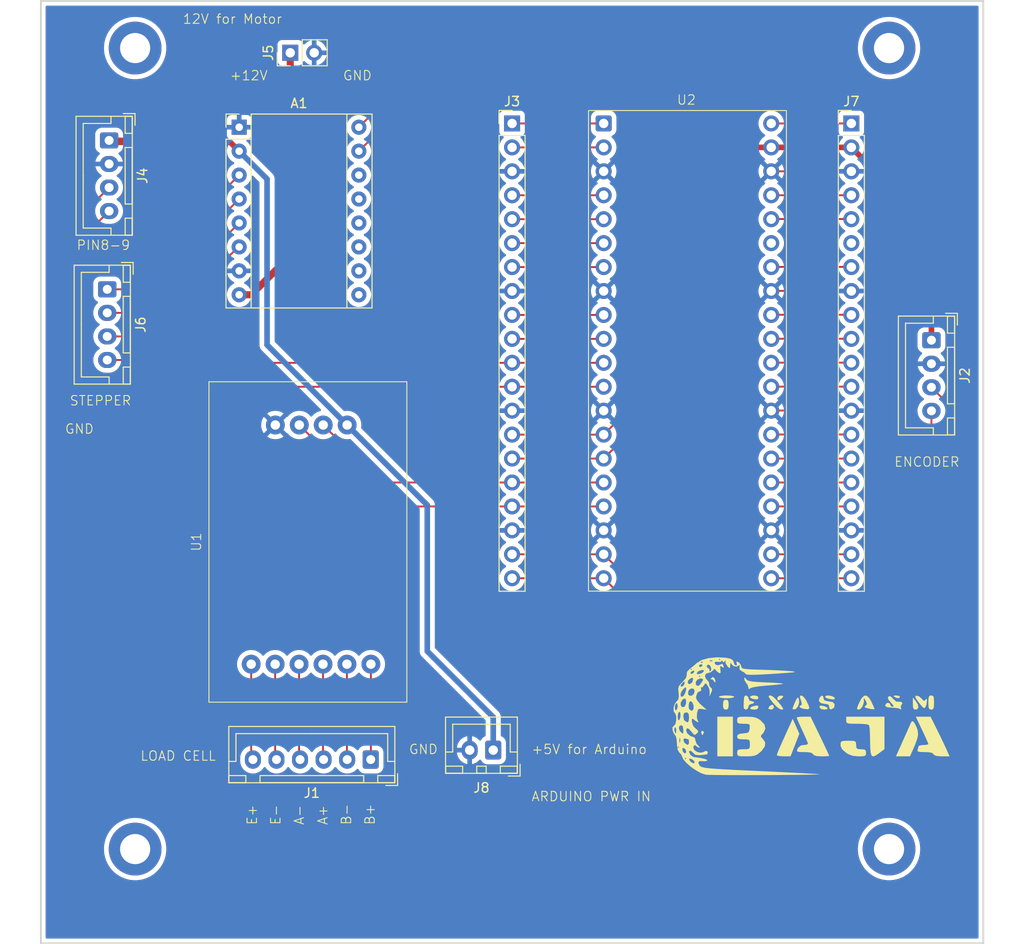
<source format=kicad_pcb>
(kicad_pcb (version 20241229) (generator "pcbnew") (generator_version "9.0")
  (layers (0 "F.Cu" signal) (2 "B.Cu" signal) (13 "F.Paste" user) (15 "B.Paste" user) (5 "F.SilkS" user "F.Silkscreen") (7 "B.SilkS" user "B.Silkscreen") (1 "F.Mask" user) (3 "B.Mask" user) (25 "Edge.Cuts" user))
  (net 0 "")
  (net 2 "Net-(A1-1B)")
  (net 5 "GND")
  (net 6 "Net-(A1-2A)")
  (net 8 "/Vcc")
  (net 9 "Net-(A1-VMOT)")
  (net 10 "Net-(A1-1A)")
  (net 11 "Net-(A1-2B)")
  (net 12 "/PIN6")
  (net 14 "/PIN7")
  (net 16 "Net-(J1-Pin_1)")
  (net 17 "Net-(J1-Pin_5)")
  (net 18 "Net-(J1-Pin_4)")
  (net 19 "Net-(J1-Pin_6)")
  (net 20 "Net-(J1-Pin_2)")
  (net 21 "Net-(J1-Pin_3)")
  (net 22 "/PIN3")
  (net 23 "/PIN2")
  (net 24 "Net-(J3-Pin_1)")
  (net 25 "/PIN8")
  (net 26 "/PIN9")
  (net 27 "Net-(J7-Pin_5)")
  (net 28 "Net-(J7-Pin_7)")
  (net 29 "/PIN4")
  (net 30 "/PIN5")
  (net 31 "Net-(J3-Pin_9)")
  (net 32 "Net-(J3-Pin_4)")
  (net 33 "Net-(J3-Pin_10)")
  (net 34 "Net-(J3-Pin_2)")
  (net 35 "Net-(J3-Pin_7)")
  (net 36 "Net-(J3-Pin_6)")
  (net 37 "Net-(J3-Pin_5)")
  (net 38 "Net-(J7-Pin_4)")
  (net 39 "Net-(J7-Pin_16)")
  (net 40 "Net-(J7-Pin_1)")
  (net 42 "Net-(J7-Pin_20)")
  (net 43 "Net-(J7-Pin_9)")
  (net 44 "Net-(J7-Pin_17)")
  (net 45 "Net-(J7-Pin_11)")
  (net 46 "Net-(J7-Pin_19)")
  (net 47 "Net-(J7-Pin_14)")
  (net 48 "Net-(J7-Pin_12)")
  (net 49 "Net-(J7-Pin_15)")
  (net 50 "Net-(J7-Pin_10)")
  (footprint "MountingHole:MountingHole_3.2mm_M3_DIN965_Pad" (layer "F.Cu") (at 145 35)
    (property "Reference" "REF**" (hide yes))
    (property "Value" "MountingHole_3.2mm_M3_DIN965_Pad")
    (pad "1" thru_hole circle (at 0 0) (size 5.6 5.6) (drill 3.2) (layers "*.Cu" "*.Mask"))
  )
  (footprint "Module:Pololu_Breakout-16_15.2x20.3mm" (layer "F.Cu") (at 156.04 43.4)
    (property "Reference" "A1" (at 6.35 -2.54 0) (layer "F.SilkS"))
    (property "Value" "Pololu_Breakout_A4988")
    (pad "1" thru_hole rect (at 0 0) (size 1.6 1.6) (drill 0.8) (layers "*.Cu" "*.Mask") (net 5 "GND"))
    (pad "2" thru_hole oval (at 0 2.54) (size 1.6 1.6) (drill 0.8) (layers "*.Cu" "*.Mask") (net 8 "/Vcc"))
    (pad "3" thru_hole oval (at 0 5.08) (size 1.6 1.6) (drill 0.8) (layers "*.Cu" "*.Mask") (net 2 "Net-(A1-1B)"))
    (pad "4" thru_hole oval (at 0 7.62) (size 1.6 1.6) (drill 0.8) (layers "*.Cu" "*.Mask") (net 10 "Net-(A1-1A)"))
    (pad "5" thru_hole oval (at 0 10.16) (size 1.6 1.6) (drill 0.8) (layers "*.Cu" "*.Mask") (net 6 "Net-(A1-2A)"))
    (pad "6" thru_hole oval (at 0 12.7) (size 1.6 1.6) (drill 0.8) (layers "*.Cu" "*.Mask") (net 11 "Net-(A1-2B)"))
    (pad "7" thru_hole oval (at 0 15.24) (size 1.6 1.6) (drill 0.8) (layers "*.Cu" "*.Mask") (net 5 "GND"))
    (pad "8" thru_hole oval (at 0 17.78) (size 1.6 1.6) (drill 0.8) (layers "*.Cu" "*.Mask") (net 9 "Net-(A1-VMOT)"))
    (pad "9" thru_hole oval (at 12.7 17.78) (size 1.6 1.6) (drill 0.8) (layers "*.Cu" "*.Mask"))
    (pad "10" thru_hole oval (at 12.7 15.24) (size 1.6 1.6) (drill 0.8) (layers "*.Cu" "*.Mask"))
    (pad "11" thru_hole oval (at 12.7 12.7) (size 1.6 1.6) (drill 0.8) (layers "*.Cu" "*.Mask"))
    (pad "12" thru_hole oval (at 12.7 10.16) (size 1.6 1.6) (drill 0.8) (layers "*.Cu" "*.Mask"))
    (pad "13" thru_hole oval (at 12.7 7.62) (size 1.6 1.6) (drill 0.8) (layers "*.Cu" "*.Mask"))
    (pad "14" thru_hole oval (at 12.7 5.08) (size 1.6 1.6) (drill 0.8) (layers "*.Cu" "*.Mask"))
    (pad "15" thru_hole oval (at 12.7 2.54) (size 1.6 1.6) (drill 0.8) (layers "*.Cu" "*.Mask") (net 14 "/PIN7"))
    (pad "16" thru_hole oval (at 12.7 0) (size 1.6 1.6) (drill 0.8) (layers "*.Cu" "*.Mask") (net 12 "/PIN6"))
  )
  (footprint "Connector_JST:JST_XH_B2B-XH-A_1x02_P2.50mm_Vertical" (layer "F.Cu") (at 183 109.5 180)
    (property "Reference" "J8" (at 1.25 -4 0) (layer "F.SilkS"))
    (property "Value" "Conn_01x02_Socket")
    (pad "1" thru_hole roundrect (at 0 0 180) (size 1.7 2) (drill 1) (layers "*.Cu" "*.Mask") (roundrect_rratio 0.147059) (net 8 "/Vcc"))
    (pad "2" thru_hole oval (at 2.5 0 180) (size 1.7 2) (drill 1) (layers "*.Cu" "*.Mask") (net 5 "GND"))
  )
  (footprint "Connector_JST:JST_XH_B4B-XH-A_1x04_P2.50mm_Vertical" (layer "F.Cu") (at 142.24 44.8 -90)
    (property "Reference" "J4" (at 3.75 -3.55 90) (layer "F.SilkS"))
    (property "Value" "Conn_01x04")
    (pad "1" thru_hole roundrect (at 0 0 270) (size 1.7 1.95) (drill 0.95) (layers "*.Cu" "*.Mask") (roundrect_rratio 0.147059) (net 8 "/Vcc"))
    (pad "2" thru_hole oval (at 2.5 0 270) (size 1.7 1.95) (drill 0.95) (layers "*.Cu" "*.Mask") (net 5 "GND"))
    (pad "3" thru_hole oval (at 5 0 270) (size 1.7 1.95) (drill 0.95) (layers "*.Cu" "*.Mask") (net 25 "/PIN8"))
    (pad "4" thru_hole oval (at 7.5 0 270) (size 1.7 1.95) (drill 0.95) (layers "*.Cu" "*.Mask") (net 26 "/PIN9"))
  )
  (footprint "Connector_JST:JST_XH_B4B-XH-A_1x04_P2.50mm_Vertical" (layer "F.Cu") (at 142.04 60.6 -90)
    (property "Reference" "J6" (at 3.75 -3.55 90) (layer "F.SilkS"))
    (property "Value" "Conn_01x04")
    (pad "1" thru_hole roundrect (at 0 0 270) (size 1.7 1.95) (drill 0.95) (layers "*.Cu" "*.Mask") (roundrect_rratio 0.147059) (net 2 "Net-(A1-1B)"))
    (pad "2" thru_hole oval (at 2.5 0 270) (size 1.7 1.95) (drill 0.95) (layers "*.Cu" "*.Mask") (net 10 "Net-(A1-1A)"))
    (pad "3" thru_hole oval (at 5 0 270) (size 1.7 1.95) (drill 0.95) (layers "*.Cu" "*.Mask") (net 6 "Net-(A1-2A)"))
    (pad "4" thru_hole oval (at 7.5 0 270) (size 1.7 1.95) (drill 0.95) (layers "*.Cu" "*.Mask") (net 11 "Net-(A1-2B)"))
  )
  (footprint "MountingHole:MountingHole_3.2mm_M3_DIN965_Pad" (layer "F.Cu") (at 225 120)
    (property "Reference" "REF**" (hide yes))
    (property "Value" "MountingHole_3.2mm_M3_DIN965_Pad")
    (pad "1" thru_hole circle (at 0 0) (size 5.6 5.6) (drill 3.2) (layers "*.Cu" "*.Mask"))
  )
  (footprint "LOGO" (layer "F.Cu") (at 217 105.5)
    (property "Reference" "G***" (hide yes))
    (property "Value" "LOGO" (hide yes))
  )
  (footprint "XFW_HX711:XFW_HX711" (layer "F.Cu") (at 173.831 70.41 90)
    (property "Reference" "U1" (at -17 -22.331 90) (layer "F.SilkS") (effects (font (thickness 0.1))))
    (property "Value" "~")
    (pad "1" thru_hole circle (at -29.969 -3.815 90) (size 2 2) (drill 1) (layers "*.Cu" "*.Mask") (net 16 "Net-(J1-Pin_1)"))
    (pad "2" thru_hole circle (at -29.969 -6.355 90) (size 2 2) (drill 1) (layers "*.Cu" "*.Mask") (net 20 "Net-(J1-Pin_2)"))
    (pad "3" thru_hole circle (at -29.969 -8.895 90) (size 2 2) (drill 1) (layers "*.Cu" "*.Mask") (net 21 "Net-(J1-Pin_3)"))
    (pad "4" thru_hole circle (at -29.969 -11.435 90) (size 2 2) (drill 1) (layers "*.Cu" "*.Mask") (net 18 "Net-(J1-Pin_4)"))
    (pad "5" thru_hole circle (at -29.969 -13.975 90) (size 2 2) (drill 1) (layers "*.Cu" "*.Mask") (net 17 "Net-(J1-Pin_5)"))
    (pad "6" thru_hole circle (at -29.969 -16.515 90) (size 2 2) (drill 1) (layers "*.Cu" "*.Mask") (net 19 "Net-(J1-Pin_6)"))
    (pad "7" thru_hole circle (at -4.59 -13.951 90) (size 2 2) (drill 1) (layers "*.Cu" "*.Mask") (net 5 "GND"))
    (pad "8" thru_hole circle (at -4.59 -11.411 90) (size 2 2) (drill 1) (layers "*.Cu" "*.Mask") (net 29 "/PIN4"))
    (pad "9" thru_hole circle (at -4.59 -8.871 90) (size 2 2) (drill 1) (layers "*.Cu" "*.Mask") (net 30 "/PIN5"))
    (pad "10" thru_hole circle (at -4.59 -6.331 90) (size 2 2) (drill 1) (layers "*.Cu" "*.Mask") (net 8 "/Vcc"))
  )
  (footprint "MountingHole:MountingHole_3.2mm_M3_DIN965_Pad" (layer "F.Cu") (at 145 120)
    (property "Reference" "REF**" (hide yes))
    (property "Value" "MountingHole_3.2mm_M3_DIN965_Pad")
    (pad "1" thru_hole circle (at 0 0) (size 5.6 5.6) (drill 3.2) (layers "*.Cu" "*.Mask"))
  )
  (footprint "luckfox_lyra:Untitled" (layer "F.Cu") (at 212.5 43)
    (property "Reference" "U2" (at -9 -2.5 0) (layer "F.SilkS") (effects (font (thickness 0.1))))
    (property "Value" "~")
    (pad "1" thru_hole roundrect (at -17.78 0) (size 1.7 1.7) (drill 1) (layers "*.Cu" "*.Mask" "Eco2.User") (roundrect_rratio 0.1470588235) (net 24 "Net-(J3-Pin_1)"))
    (pad "2" thru_hole circle (at -17.78 2.54) (size 1.7 1.7) (drill 1) (layers "*.Cu" "*.Mask" "Eco2.User") (net 34 "Net-(J3-Pin_2)"))
    (pad "3" thru_hole circle (at -17.78 5.08) (size 1.7 1.7) (drill 1) (layers "*.Cu" "*.Mask" "Eco2.User") (net 5 "GND"))
    (pad "4" thru_hole circle (at -17.78 7.62) (size 1.7 1.7) (drill 1) (layers "*.Cu" "*.Mask" "Eco2.User") (net 32 "Net-(J3-Pin_4)"))
    (pad "5" thru_hole circle (at -17.78 10.16) (size 1.7 1.7) (drill 1) (layers "*.Cu" "*.Mask" "Eco2.User") (net 37 "Net-(J3-Pin_5)"))
    (pad "6" thru_hole circle (at -17.78 12.7) (size 1.7 1.7) (drill 1) (layers "*.Cu" "*.Mask" "Eco2.User") (net 36 "Net-(J3-Pin_6)"))
    (pad "7" thru_hole circle (at -17.78 15.24) (size 1.7 1.7) (drill 1) (layers "*.Cu" "*.Mask" "Eco2.User") (net 35 "Net-(J3-Pin_7)"))
    (pad "8" thru_hole circle (at -17.78 17.78) (size 1.7 1.7) (drill 1) (layers "*.Cu" "*.Mask" "Eco2.User") (net 5 "GND"))
    (pad "9" thru_hole circle (at -17.78 20.32) (size 1.7 1.7) (drill 1) (layers "*.Cu" "*.Mask" "Eco2.User") (net 31 "Net-(J3-Pin_9)"))
    (pad "10" thru_hole circle (at -17.78 22.86) (size 1.7 1.7) (drill 1) (layers "*.Cu" "*.Mask" "Eco2.User") (net 33 "Net-(J3-Pin_10)"))
    (pad "11" thru_hole circle (at -17.78 25.4) (size 1.7 1.7) (drill 1) (layers "*.Cu" "*.Mask" "Eco2.User") (net 26 "/PIN9"))
    (pad "12" thru_hole circle (at -17.78 27.94) (size 1.7 1.7) (drill 1) (layers "*.Cu" "*.Mask" "Eco2.User") (net 25 "/PIN8"))
    (pad "13" thru_hole circle (at -17.78 30.48) (size 1.7 1.7) (drill 1) (layers "*.Cu" "*.Mask" "Eco2.User") (net 5 "GND"))
    (pad "14" thru_hole circle (at -17.78 33.02) (size 1.7 1.7) (drill 1) (layers "*.Cu" "*.Mask" "Eco2.User") (net 14 "/PIN7"))
    (pad "15" thru_hole circle (at -17.78 35.56) (size 1.7 1.7) (drill 1) (layers "*.Cu" "*.Mask" "Eco2.User") (net 12 "/PIN6"))
    (pad "16" thru_hole circle (at -17.78 38.1) (size 1.7 1.7) (drill 1) (layers "*.Cu" "*.Mask" "Eco2.User") (net 30 "/PIN5"))
    (pad "17" thru_hole circle (at -17.78 40.64) (size 1.7 1.7) (drill 1) (layers "*.Cu" "*.Mask" "Eco2.User") (net 29 "/PIN4"))
    (pad "18" thru_hole circle (at -17.78 43.18) (size 1.7 1.7) (drill 1) (layers "*.Cu" "*.Mask" "Eco2.User") (net 5 "GND"))
    (pad "19" thru_hole circle (at -17.78 45.72) (size 1.7 1.7) (drill 1) (layers "*.Cu" "*.Mask" "Eco2.User") (net 22 "/PIN3"))
    (pad "20" thru_hole circle (at -17.78 48.26) (size 1.7 1.7) (drill 1) (layers "*.Cu" "*.Mask" "Eco2.User") (net 23 "/PIN2"))
    (pad "21" thru_hole circle (at 0 48.26) (size 1.7 1.7) (drill 1) (layers "*.Cu" "*.Mask" "Eco2.User") (net 42 "Net-(J7-Pin_20)"))
    (pad "22" thru_hole circle (at 0 45.72) (size 1.7 1.7) (drill 1) (layers "*.Cu" "*.Mask" "Eco2.User") (net 46 "Net-(J7-Pin_19)"))
    (pad "23" thru_hole circle (at 0 43.18) (size 1.7 1.7) (drill 1) (layers "*.Cu" "*.Mask" "Eco2.User") (net 5 "GND"))
    (pad "24" thru_hole circle (at 0 40.64) (size 1.7 1.7) (drill 1) (layers "*.Cu" "*.Mask" "Eco2.User") (net 44 "Net-(J7-Pin_17)"))
    (pad "25" thru_hole circle (at 0 38.1) (size 1.7 1.7) (drill 1) (layers "*.Cu" "*.Mask" "Eco2.User") (net 39 "Net-(J7-Pin_16)"))
    (pad "26" thru_hole circle (at 0 35.56) (size 1.7 1.7) (drill 1) (layers "*.Cu" "*.Mask" "Eco2.User") (net 49 "Net-(J7-Pin_15)"))
    (pad "27" thru_hole circle (at 0 33.02) (size 1.7 1.7) (drill 1) (layers "*.Cu" "*.Mask" "Eco2.User") (net 47 "Net-(J7-Pin_14)"))
    (pad "28" thru_hole circle (at 0 30.48) (size 1.7 1.7) (drill 1) (layers "*.Cu" "*.Mask" "Eco2.User") (net 5 "GND"))
    (pad "29" thru_hole circle (at 0 27.94) (size 1.7 1.7) (drill 1) (layers "*.Cu" "*.Mask" "Eco2.User") (net 48 "Net-(J7-Pin_12)"))
    (pad "30" thru_hole circle (at 0 25.4) (size 1.7 1.7) (drill 1) (layers "*.Cu" "*.Mask" "Eco2.User") (net 45 "Net-(J7-Pin_11)"))
    (pad "31" thru_hole circle (at 0 22.86) (size 1.7 1.7) (drill 1) (layers "*.Cu" "*.Mask" "Eco2.User") (net 50 "Net-(J7-Pin_10)"))
    (pad "32" thru_hole circle (at 0 20.32) (size 1.7 1.7) (drill 1) (layers "*.Cu" "*.Mask" "Eco2.User") (net 43 "Net-(J7-Pin_9)"))
    (pad "33" thru_hole circle (at 0 17.78) (size 1.7 1.7) (drill 1) (layers "*.Cu" "*.Mask" "Eco2.User") (net 5 "GND"))
    (pad "34" thru_hole circle (at 0 15.24) (size 1.7 1.7) (drill 1) (layers "*.Cu" "*.Mask" "Eco2.User") (net 28 "Net-(J7-Pin_7)"))
    (pad "35" thru_hole circle (at 0 12.7) (size 1.7 1.7) (drill 1) (layers "*.Cu" "*.Mask" "Eco2.User"))
    (pad "36" thru_hole circle (at 0 10.16) (size 1.7 1.7) (drill 1) (layers "*.Cu" "*.Mask" "Eco2.User") (net 27 "Net-(J7-Pin_5)"))
    (pad "37" thru_hole circle (at 0 7.62) (size 1.7 1.7) (drill 1) (layers "*.Cu" "*.Mask" "Eco2.User") (net 38 "Net-(J7-Pin_4)"))
    (pad "38" thru_hole circle (at 0 5.08) (size 1.7 1.7) (drill 1) (layers "*.Cu" "*.Mask" "Eco2.User") (net 5 "GND"))
    (pad "39" thru_hole circle (at 0 2.54) (size 1.7 1.7) (drill 1) (layers "*.Cu" "*.Mask" "Eco2.User") (net 8 "/Vcc"))
    (pad "40" thru_hole circle (at 0 0) (size 1.7 1.7) (drill 1) (layers "*.Cu" "*.Mask" "Eco2.User") (net 40 "Net-(J7-Pin_1)"))
  )
  (footprint "Connector_PinHeader_2.54mm:PinHeader_1x20_P2.54mm_Vertical" (layer "F.Cu") (at 221 43)
    (property "Reference" "J7" (at 0 -2.33 0) (layer "F.SilkS"))
    (property "Value" "Conn_01x20_Pin")
    (pad "1" thru_hole rect (at 0 0) (size 1.7 1.7) (drill 1) (layers "*.Cu" "*.Mask") (net 40 "Net-(J7-Pin_1)"))
    (pad "2" thru_hole circle (at 0 2.54) (size 1.7 1.7) (drill 1) (layers "*.Cu" "*.Mask") (net 8 "/Vcc"))
    (pad "3" thru_hole circle (at 0 5.08) (size 1.7 1.7) (drill 1) (layers "*.Cu" "*.Mask") (net 5 "GND"))
    (pad "4" thru_hole circle (at 0 7.62) (size 1.7 1.7) (drill 1) (layers "*.Cu" "*.Mask") (net 38 "Net-(J7-Pin_4)"))
    (pad "5" thru_hole circle (at 0 10.16) (size 1.7 1.7) (drill 1) (layers "*.Cu" "*.Mask") (net 27 "Net-(J7-Pin_5)"))
    (pad "6" thru_hole circle (at 0 12.7) (size 1.7 1.7) (drill 1) (layers "*.Cu" "*.Mask"))
    (pad "7" thru_hole circle (at 0 15.24) (size 1.7 1.7) (drill 1) (layers "*.Cu" "*.Mask") (net 28 "Net-(J7-Pin_7)"))
    (pad "8" thru_hole circle (at 0 17.78) (size 1.7 1.7) (drill 1) (layers "*.Cu" "*.Mask") (net 5 "GND"))
    (pad "9" thru_hole circle (at 0 20.32) (size 1.7 1.7) (drill 1) (layers "*.Cu" "*.Mask") (net 43 "Net-(J7-Pin_9)"))
    (pad "10" thru_hole circle (at 0 22.86) (size 1.7 1.7) (drill 1) (layers "*.Cu" "*.Mask") (net 50 "Net-(J7-Pin_10)"))
    (pad "11" thru_hole circle (at 0 25.4) (size 1.7 1.7) (drill 1) (layers "*.Cu" "*.Mask") (net 45 "Net-(J7-Pin_11)"))
    (pad "12" thru_hole circle (at 0 27.94) (size 1.7 1.7) (drill 1) (layers "*.Cu" "*.Mask") (net 48 "Net-(J7-Pin_12)"))
    (pad "13" thru_hole circle (at 0 30.48) (size 1.7 1.7) (drill 1) (layers "*.Cu" "*.Mask") (net 5 "GND"))
    (pad "14" thru_hole circle (at 0 33.02) (size 1.7 1.7) (drill 1) (layers "*.Cu" "*.Mask") (net 47 "Net-(J7-Pin_14)"))
    (pad "15" thru_hole circle (at 0 35.56) (size 1.7 1.7) (drill 1) (layers "*.Cu" "*.Mask") (net 49 "Net-(J7-Pin_15)"))
    (pad "16" thru_hole circle (at 0 38.1) (size 1.7 1.7) (drill 1) (layers "*.Cu" "*.Mask") (net 39 "Net-(J7-Pin_16)"))
    (pad "17" thru_hole circle (at 0 40.64) (size 1.7 1.7) (drill 1) (layers "*.Cu" "*.Mask") (net 44 "Net-(J7-Pin_17)"))
    (pad "18" thru_hole circle (at 0 43.18) (size 1.7 1.7) (drill 1) (layers "*.Cu" "*.Mask") (net 5 "GND"))
    (pad "19" thru_hole circle (at 0 45.72) (size 1.7 1.7) (drill 1) (layers "*.Cu" "*.Mask") (net 46 "Net-(J7-Pin_19)"))
    (pad "20" thru_hole circle (at 0 48.26) (size 1.7 1.7) (drill 1) (layers "*.Cu" "*.Mask") (net 42 "Net-(J7-Pin_20)"))
  )
  (footprint "Connector_JST:JST_XH_B6B-XH-A_1x06_P2.50mm_Vertical" (layer "F.Cu") (at 170 110.5 180)
    (property "Reference" "J1" (at 6.25 -3.55 0) (layer "F.SilkS"))
    (property "Value" "Conn_01x06")
    (pad "1" thru_hole roundrect (at 0 0 180) (size 1.7 1.95) (drill 0.95) (layers "*.Cu" "*.Mask") (roundrect_rratio 0.147059) (net 16 "Net-(J1-Pin_1)"))
    (pad "2" thru_hole oval (at 2.5 0 180) (size 1.7 1.95) (drill 0.95) (layers "*.Cu" "*.Mask") (net 20 "Net-(J1-Pin_2)"))
    (pad "3" thru_hole oval (at 5 0 180) (size 1.7 1.95) (drill 0.95) (layers "*.Cu" "*.Mask") (net 21 "Net-(J1-Pin_3)"))
    (pad "4" thru_hole oval (at 7.5 0 180) (size 1.7 1.95) (drill 0.95) (layers "*.Cu" "*.Mask") (net 18 "Net-(J1-Pin_4)"))
    (pad "5" thru_hole oval (at 10 0 180) (size 1.7 1.95) (drill 0.95) (layers "*.Cu" "*.Mask") (net 17 "Net-(J1-Pin_5)"))
    (pad "6" thru_hole oval (at 12.5 0 180) (size 1.7 1.95) (drill 0.95) (layers "*.Cu" "*.Mask") (net 19 "Net-(J1-Pin_6)"))
  )
  (footprint "MountingHole:MountingHole_3.2mm_M3_DIN965_Pad" (layer "F.Cu") (at 225 35)
    (property "Reference" "REF**" (hide yes))
    (property "Value" "MountingHole_3.2mm_M3_DIN965_Pad")
    (pad "1" thru_hole circle (at 0 0) (size 5.6 5.6) (drill 3.2) (layers "*.Cu" "*.Mask"))
  )
  (footprint "Connector_PinHeader_2.54mm:PinHeader_1x20_P2.54mm_Vertical" (layer "F.Cu") (at 185 43)
    (property "Reference" "J3" (at 0 -2.33 0) (layer "F.SilkS"))
    (property "Value" "Conn_01x20_Pin")
    (pad "1" thru_hole rect (at 0 0) (size 1.7 1.7) (drill 1) (layers "*.Cu" "*.Mask") (net 24 "Net-(J3-Pin_1)"))
    (pad "2" thru_hole circle (at 0 2.54) (size 1.7 1.7) (drill 1) (layers "*.Cu" "*.Mask") (net 34 "Net-(J3-Pin_2)"))
    (pad "3" thru_hole circle (at 0 5.08) (size 1.7 1.7) (drill 1) (layers "*.Cu" "*.Mask") (net 5 "GND"))
    (pad "4" thru_hole circle (at 0 7.62) (size 1.7 1.7) (drill 1) (layers "*.Cu" "*.Mask") (net 32 "Net-(J3-Pin_4)"))
    (pad "5" thru_hole circle (at 0 10.16) (size 1.7 1.7) (drill 1) (layers "*.Cu" "*.Mask") (net 37 "Net-(J3-Pin_5)"))
    (pad "6" thru_hole circle (at 0 12.7) (size 1.7 1.7) (drill 1) (layers "*.Cu" "*.Mask") (net 36 "Net-(J3-Pin_6)"))
    (pad "7" thru_hole circle (at 0 15.24) (size 1.7 1.7) (drill 1) (layers "*.Cu" "*.Mask") (net 35 "Net-(J3-Pin_7)"))
    (pad "8" thru_hole circle (at 0 17.78) (size 1.7 1.7) (drill 1) (layers "*.Cu" "*.Mask") (net 5 "GND"))
    (pad "9" thru_hole circle (at 0 20.32) (size 1.7 1.7) (drill 1) (layers "*.Cu" "*.Mask") (net 31 "Net-(J3-Pin_9)"))
    (pad "10" thru_hole circle (at 0 22.86) (size 1.7 1.7) (drill 1) (layers "*.Cu" "*.Mask") (net 33 "Net-(J3-Pin_10)"))
    (pad "11" thru_hole circle (at 0 25.4) (size 1.7 1.7) (drill 1) (layers "*.Cu" "*.Mask") (net 26 "/PIN9"))
    (pad "12" thru_hole circle (at 0 27.94) (size 1.7 1.7) (drill 1) (layers "*.Cu" "*.Mask") (net 25 "/PIN8"))
    (pad "13" thru_hole circle (at 0 30.48) (size 1.7 1.7) (drill 1) (layers "*.Cu" "*.Mask") (net 5 "GND"))
    (pad "14" thru_hole circle (at 0 33.02) (size 1.7 1.7) (drill 1) (layers "*.Cu" "*.Mask") (net 14 "/PIN7"))
    (pad "15" thru_hole circle (at 0 35.56) (size 1.7 1.7) (drill 1) (layers "*.Cu" "*.Mask") (net 12 "/PIN6"))
    (pad "16" thru_hole circle (at 0 38.1) (size 1.7 1.7) (drill 1) (layers "*.Cu" "*.Mask") (net 30 "/PIN5"))
    (pad "17" thru_hole circle (at 0 40.64) (size 1.7 1.7) (drill 1) (layers "*.Cu" "*.Mask") (net 29 "/PIN4"))
    (pad "18" thru_hole circle (at 0 43.18) (size 1.7 1.7) (drill 1) (layers "*.Cu" "*.Mask") (net 5 "GND"))
    (pad "19" thru_hole circle (at 0 45.72) (size 1.7 1.7) (drill 1) (layers "*.Cu" "*.Mask") (net 22 "/PIN3"))
    (pad "20" thru_hole circle (at 0 48.26) (size 1.7 1.7) (drill 1) (layers "*.Cu" "*.Mask") (net 23 "/PIN2"))
  )
  (footprint "Connector_PinHeader_2.54mm:PinHeader_1x02_P2.54mm_Vertical" (layer "F.Cu") (at 161.46 35.5 90)
    (property "Reference" "J5" (at 0 -2.33 90) (layer "F.SilkS"))
    (property "Value" "Conn_01x02")
    (pad "1" thru_hole rect (at 0 0 90) (size 1.7 1.7) (drill 1) (layers "*.Cu" "*.Mask") (net 9 "Net-(A1-VMOT)"))
    (pad "2" thru_hole circle (at 0 2.54 90) (size 1.7 1.7) (drill 1) (layers "*.Cu" "*.Mask") (net 5 "GND"))
  )
  (footprint "Connector_JST:JST_XH_B4B-XH-A_1x04_P2.50mm_Vertical" (layer "F.Cu") (at 229.5 66 -90)
    (property "Reference" "J2" (at 3.75 -3.55 90) (layer "F.SilkS"))
    (property "Value" "Conn_01x04")
    (pad "1" thru_hole roundrect (at 0 0 270) (size 1.7 1.95) (drill 0.95) (layers "*.Cu" "*.Mask") (roundrect_rratio 0.147059) (net 8 "/Vcc"))
    (pad "2" thru_hole oval (at 2.5 0 270) (size 1.7 1.95) (drill 0.95) (layers "*.Cu" "*.Mask") (net 5 "GND"))
    (pad "3" thru_hole oval (at 5 0 270) (size 1.7 1.95) (drill 0.95) (layers "*.Cu" "*.Mask") (net 23 "/PIN2"))
    (pad "4" thru_hole oval (at 7.5 0 270) (size 1.7 1.95) (drill 0.95) (layers "*.Cu" "*.Mask") (net 22 "/PIN3"))
  )
  (gr_rect (start 135 30) (end 235 130) (stroke (width 0.2)) (fill no) (layer "Edge.Cuts"))
  (gr_text "+12V" (at 155 38.5 0) (layer "F.SilkS") (effects (font (size 1 1) (thickness 0.1)) (justify left bottom)))
  (gr_text "GND" (at 137.5 76 0) (layer "F.SilkS") (effects (font (size 1 1) (thickness 0.1)) (justify left bottom)))
  (gr_text "E-" (at 160.5 117.5 90) (layer "F.SilkS") (effects (font (size 1 1) (thickness 0.1)) (justify left bottom)))
  (gr_text "PIN8-9" (at 138.73 56.5 0) (layer "F.SilkS") (effects (font (size 1 1) (thickness 0.1)) (justify left bottom)))
  (gr_text "LOAD CELL" (at 145.5 110.7 0) (layer "F.SilkS") (effects (font (size 1 1) (thickness 0.1)) (justify left bottom)))
  (gr_text "GND" (at 174 110 0) (layer "F.SilkS") (effects (font (size 1 1) (thickness 0.1)) (justify left bottom)))
  (gr_text "+5V for Arduino" (at 187 110 0) (layer "F.SilkS") (effects (font (size 1 1) (thickness 0.1)) (justify left bottom)))
  (gr_text "B-" (at 168 117.5 90) (layer "F.SilkS") (effects (font (size 1 1) (thickness 0.1)) (justify left bottom)))
  (gr_text "E+" (at 158 117.5 90) (layer "F.SilkS") (effects (font (size 1 1) (thickness 0.1)) (justify left bottom)))
  (gr_text "ENCODER" (at 225.5 79.5 0) (layer "F.SilkS") (effects (font (size 1 1) (thickness 0.1)) (justify left bottom)))
  (gr_text "A-" (at 163 117.5 90) (layer "F.SilkS") (effects (font (size 1 1) (thickness 0.1)) (justify left bottom)))
  (gr_text "B+" (at 170.5 117.5 90) (layer "F.SilkS") (effects (font (size 1 1) (thickness 0.1)) (justify left bottom)))
  (gr_text "12V for Motor" (at 150 32.5 0) (layer "F.SilkS") (effects (font (size 1 1) (thickness 0.1)) (justify left bottom)))
  (gr_text "GND" (at 167 38.5 0) (layer "F.SilkS") (effects (font (size 1 1) (thickness 0.1)) (justify left bottom)))
  (gr_text "STEPPER" (at 138 73 0) (layer "F.SilkS") (effects (font (size 1 1) (thickness 0.1)) (justify left bottom)))
  (gr_text "A+" (at 165.5 117.5 90) (layer "F.SilkS") (effects (font (size 1 1) (thickness 0.1)) (justify left bottom)))
  (gr_text "ARDUINO PWR IN" (at 187 115 0) (layer "F.SilkS") (effects (font (size 1 1) (thickness 0.1)) (justify left bottom)))
  (segment (start 142.04 60.6) (end 143.92 60.6) (width 0.2) (layer "F.Cu") (net 2))
  (segment (start 143.92 60.6) (end 156.04 48.48) (width 0.2) (layer "F.Cu") (net 2))
  (segment (start 221 48.08) (end 212.5 48.08) (width 0.2) (layer "F.Cu") (net 5))
  (segment (start 212.8248 60.7648) (end 212.82 60.76) (width 0.2) (layer "F.Cu") (net 5))
  (segment (start 221.11 60.7648) (end 212.8248 60.7648) (width 0.2) (layer "F.Cu") (net 5))
  (segment (start 212.82 73.46) (end 221.1052 73.46) (width 0.2) (layer "F.Cu") (net 5))
  (segment (start 142.04 65.6) (end 144 65.6) (width 0.2) (layer "F.Cu") (net 6))
  (segment (start 144 65.6) (end 156.04 53.56) (width 0.2) (layer "F.Cu") (net 6))
  (segment (start 156.5 33) (end 198.5 33) (width 0.6) (layer "F.Cu") (net 8))
  (segment (start 221 45.54) (end 229.5 54.04) (width 0.6) (layer "F.Cu") (net 8))
  (segment (start 211.04 45.54) (end 212.5 45.54) (width 0.6) (layer "F.Cu") (net 8))
  (segment (start 198.5 33) (end 211.04 45.54) (width 0.6) (layer "F.Cu") (net 8))
  (segment (start 229.5 54.04) (end 229.5 66) (width 0.6) (layer "F.Cu") (net 8))
  (segment (start 155.1 45) (end 156.04 45.94) (width 0.6) (layer "F.Cu") (net 8))
  (segment (start 144.7 44.8) (end 156.5 33) (width 0.6) (layer "F.Cu") (net 8))
  (segment (start 212.5 45.54) (end 221 45.54) (width 0.6) (layer "F.Cu") (net 8))
  (segment (start 142.24 44.8) (end 144.7 44.8) (width 0.6) (layer "F.Cu") (net 8))
  (segment (start 142.44 45) (end 155.1 45) (width 0.6) (layer "F.Cu") (net 8))
  (segment (start 156.04 45.94) (end 159 48.9) (width 0.6) (layer "B.Cu") (net 8))
  (segment (start 167.5 75) (end 176 83.5) (width 0.6) (layer "B.Cu") (net 8))
  (segment (start 183 106) (end 183 109.5) (width 0.6) (layer "B.Cu") (net 8))
  (segment (start 176 99) (end 183 106) (width 0.6) (layer "B.Cu") (net 8))
  (segment (start 159 48.9) (end 159 66.5) (width 0.6) (layer "B.Cu") (net 8))
  (segment (start 176 83.5) (end 176 99) (width 0.6) (layer "B.Cu") (net 8))
  (segment (start 159 66.5) (end 167.5 75) (width 0.6) (layer "B.Cu") (net 8))
  (segment (start 142.24 44.8) (end 142.44 45) (width 0.6) (layer "B.Cu") (net 8))
  (segment (start 161.46 57.04) (end 161.46 35.5) (width 0.75) (layer "F.Cu") (net 9))
  (segment (start 157.32 61.18) (end 161.46 57.04) (width 0.75) (layer "F.Cu") (net 9))
  (segment (start 156.04 61.18) (end 157.32 61.18) (width 0.75) (layer "F.Cu") (net 9))
  (segment (start 142.04 63.1) (end 143.96 63.1) (width 0.2) (layer "F.Cu") (net 10))
  (segment (start 143.96 63.1) (end 156.04 51.02) (width 0.2) (layer "F.Cu") (net 10))
  (segment (start 143.9452 68.1) (end 155.9452 56.1) (width 0.2) (layer "F.Cu") (net 11))
  (segment (start 155.9452 56.1) (end 156.04 56.1) (width 0.2) (layer "F.Cu") (net 11))
  (segment (start 142.04 68.1) (end 143.9452 68.1) (width 0.2) (layer "F.Cu") (net 11))
  (segment (start 168.74 43.4) (end 174.14 38) (width 0.2) (layer "F.Cu") (net 12))
  (segment (start 200 73.28) (end 194.72 78.56) (width 0.2) (layer "F.Cu") (net 12))
  (segment (start 174.14 38) (end 198 38) (width 0.2) (layer "F.Cu") (net 12))
  (segment (start 198 38) (end 200 40) (width 0.2) (layer "F.Cu") (net 12))
  (segment (start 194.72 78.56) (end 185 78.56) (width 0.2) (layer "F.Cu") (net 12))
  (segment (start 200 40) (end 200 73.28) (width 0.2) (layer "F.Cu") (net 12))
  (segment (start 185 76.02) (end 194.72 76.02) (width 0.2) (layer "F.Cu") (net 14))
  (segment (start 198 41.5) (end 198 72.74) (width 0.2) (layer "F.Cu") (net 14))
  (segment (start 196.18 39.68) (end 198 41.5) (width 0.2) (layer "F.Cu") (net 14))
  (segment (start 168.74 45.94) (end 175 39.68) (width 0.2) (layer "F.Cu") (net 14))
  (segment (start 175 39.68) (end 196.18 39.68) (width 0.2) (layer "F.Cu") (net 14))
  (segment (start 198 72.74) (end 194.72 76.02) (width 0.2) (layer "F.Cu") (net 14))
  (segment (start 170.016 100.379) (end 170.016 110.484) (width 0.2) (layer "F.Cu") (net 16))
  (segment (start 170.016 110.484) (end 170 110.5) (width 0.2) (layer "F.Cu") (net 16))
  (segment (start 159.856 100.379) (end 159.856 110.356) (width 0.2) (layer "F.Cu") (net 17))
  (segment (start 159.856 110.356) (end 160 110.5) (width 0.2) (layer "F.Cu") (net 17))
  (segment (start 162.396 100.379) (end 162.396 110.396) (width 0.2) (layer "F.Cu") (net 18))
  (segment (start 162.396 110.396) (end 162.5 110.5) (width 0.2) (layer "F.Cu") (net 18))
  (segment (start 157.316 110.316) (end 157.5 110.5) (width 0.2) (layer "F.Cu") (net 19))
  (segment (start 157.316 100.379) (end 157.316 110.316) (width 0.2) (layer "F.Cu") (net 19))
  (segment (start 167.476 100.379) (end 167.476 110.476) (width 0.2) (layer "F.Cu") (net 20))
  (segment (start 167.476 110.476) (end 167.5 110.5) (width 0.2) (layer "F.Cu") (net 20))
  (segment (start 164.936 100.379) (end 164.936 110.436) (width 0.2) (layer "F.Cu") (net 21))
  (segment (start 164.936 110.436) (end 165 110.5) (width 0.2) (layer "F.Cu") (net 21))
  (segment (start 185 88.72) (end 194.72 88.72) (width 0.2) (layer "F.Cu") (net 22))
  (segment (start 229.5 90) (end 225.5 94) (width 0.2) (layer "F.Cu") (net 22))
  (segment (start 200 94) (end 194.72 88.72) (width 0.2) (layer "F.Cu") (net 22))
  (segment (start 225.5 94) (end 200 94) (width 0.2) (layer "F.Cu") (net 22))
  (segment (start 229.5 73.5) (end 229.5 90) (width 0.2) (layer "F.Cu") (net 22))
  (segment (start 229.5 71) (end 231.5 73) (width 0.2) (layer "F.Cu") (net 23))
  (segment (start 231.5 73) (end 231.5 90.5) (width 0.2) (layer "F.Cu") (net 23))
  (segment (start 226.5 95.5) (end 198.96 95.5) (width 0.2) (layer "F.Cu") (net 23))
  (segment (start 231.5 90.5) (end 226.5 95.5) (width 0.2) (layer "F.Cu") (net 23))
  (segment (start 194.72 91.26) (end 185 91.26) (width 0.2) (layer "F.Cu") (net 23))
  (segment (start 198.96 95.5) (end 194.72 91.26) (width 0.2) (layer "F.Cu") (net 23))
  (segment (start 185 43) (end 194.72 43) (width 0.2) (layer "F.Cu") (net 24))
  (segment (start 185 70.94) (end 194.72 70.94) (width 0.2) (layer "F.Cu") (net 25))
  (segment (start 136 56.04) (end 136 70.5) (width 0.2) (layer "F.Cu") (net 25))
  (segment (start 149 74) (end 152.06 70.94) (width 0.2) (layer "F.Cu") (net 25))
  (segment (start 136 70.5) (end 139.5 74) (width 0.2) (layer "F.Cu") (net 25))
  (segment (start 139.5 74) (end 149 74) (width 0.2) (layer "F.Cu") (net 25))
  (segment (start 142.24 49.8) (end 136 56.04) (width 0.2) (layer "F.Cu") (net 25))
  (segment (start 152.06 70.94) (end 185 70.94) (width 0.2) (layer "F.Cu") (net 25))
  (segment (start 147.5 72.5) (end 151.6 68.4) (width 0.2) (layer "F.Cu") (net 26))
  (segment (start 194.72 68.4) (end 185 68.4) (width 0.2) (layer "F.Cu") (net 26))
  (segment (start 137 57.54) (end 137 69.5) (width 0.2) (layer "F.Cu") (net 26))
  (segment (start 140 72.5) (end 147.5 72.5) (width 0.2) (layer "F.Cu") (net 26))
  (segment (start 151.6 68.4) (end 185 68.4) (width 0.2) (layer "F.Cu") (net 26))
  (segment (start 142.24 52.3) (end 137 57.54) (width 0.2) (layer "F.Cu") (net 26))
  (segment (start 137 69.5) (end 140 72.5) (width 0.2) (layer "F.Cu") (net 26))
  (segment (start 212.82 53.14) (end 221.1052 53.14) (width 0.2) (layer "F.Cu") (net 27))
  (segment (start 212.82 58.22) (end 221.1052 58.22) (width 0.2) (layer "F.Cu") (net 28))
  (segment (start 162.42 75) (end 171.06 83.64) (width 0.2) (layer "F.Cu") (net 29))
  (segment (start 194.72 83.64) (end 185 83.64) (width 0.2) (layer "F.Cu") (net 29))
  (segment (start 171.06 83.64) (end 185 83.64) (width 0.2) (layer "F.Cu") (net 29))
  (segment (start 164.96 75) (end 171.06 81.1) (width 0.2) (layer "F.Cu") (net 30))
  (segment (start 185 81.1) (end 194.72 81.1) (width 0.2) (layer "F.Cu") (net 30))
  (segment (start 171.06 81.1) (end 185 81.1) (width 0.2) (layer "F.Cu") (net 30))
  (segment (start 185 63.32) (end 194.72 63.32) (width 0.2) (layer "F.Cu") (net 31))
  (segment (start 185 50.62) (end 194.72 50.62) (width 0.2) (layer "F.Cu") (net 32))
  (segment (start 194.72 65.86) (end 185 65.86) (width 0.2) (layer "F.Cu") (net 33))
  (segment (start 194.72 45.54) (end 185 45.54) (width 0.2) (layer "F.Cu") (net 34))
  (segment (start 194.72 58.24) (end 185 58.24) (width 0.2) (layer "F.Cu") (net 35))
  (segment (start 185 55.7) (end 194.72 55.7) (width 0.2) (layer "F.Cu") (net 36))
  (segment (start 194.72 53.16) (end 185 53.16) (width 0.2) (layer "F.Cu") (net 37))
  (segment (start 212.5 50.62) (end 221 50.62) (width 0.2) (layer "F.Cu") (net 38))
  (segment (start 212.5 81.1) (end 221 81.1) (width 0.2) (layer "F.Cu") (net 39))
  (segment (start 221 43) (end 212.5 43) (width 0.2) (layer "F.Cu") (net 40))
  (segment (start 221 91.26) (end 212.5 91.26) (width 0.2) (layer "F.Cu") (net 42))
  (segment (start 212.82 63.3) (end 221.1052 63.3) (width 0.2) (layer "F.Cu") (net 43))
  (segment (start 221 83.64) (end 212.5 83.64) (width 0.2) (layer "F.Cu") (net 44))
  (segment (start 212.82 68.38) (end 221.1052 68.38) (width 0.2) (layer "F.Cu") (net 45))
  (segment (start 212.5 88.72) (end 221 88.72) (width 0.2) (layer "F.Cu") (net 46))
  (segment (start 221.11 76.0048) (end 212.8248 76.0048) (width 0.2) (layer "F.Cu") (net 47))
  (segment (start 212.8248 76.0048) (end 212.82 76) (width 0.2) (layer "F.Cu") (net 47))
  (segment (start 221.11 70.9248) (end 212.8248 70.9248) (width 0.2) (layer "F.Cu") (net 48))
  (segment (start 212.8248 70.9248) (end 212.82 70.92) (width 0.2) (layer "F.Cu") (net 48))
  (segment (start 221 78.56) (end 212.5 78.56) (width 0.2) (layer "F.Cu") (net 49))
  (segment (start 221.11 65.8448) (end 212.8248 65.8448) (width 0.2) (layer "F.Cu") (net 50))
  (segment (start 212.8248 65.8448) (end 212.82 65.84) (width 0.2) (layer "F.Cu") (net 50))
  (zone (net 5) (net_name "GND") (layer "B.Cu") (name "GNDPLANE") (connect_pads (clearance 0.5)) (min_thickness 0.25) (fill yes (thermal_gap 0.5) (thermal_bridge_width 0.5))
    (polygon (pts (xy 135 30) (xy 235 30) (xy 235 130) (xy 135 130)))
  )
)
</source>
